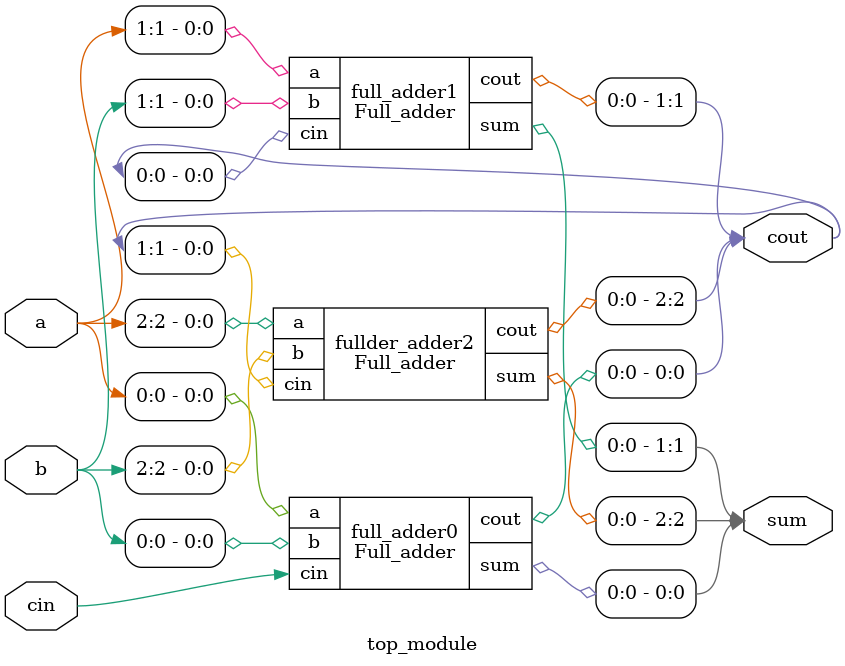
<source format=v>
module Full_adder (input a, b, cin, output cout, sum );
    assign sum = a ^ b ^ cin;
    assign cout = (a & b) | (b & cin) | (a & cin);
endmodule

module top_module( 
    input [2:0] a, b,
    input cin,
    output [2:0] cout,
    output [2:0] sum );
    
    Full_adder full_adder0(a[0], b[0], cin, cout[0], sum[0]);
    Full_adder full_adder1(a[1], b[1], cout[0], cout[1], sum[1]);
    Full_adder fullder_adder2(a[2], b[2], cout[1], cout[2], sum[2]);
    

endmodule


</source>
